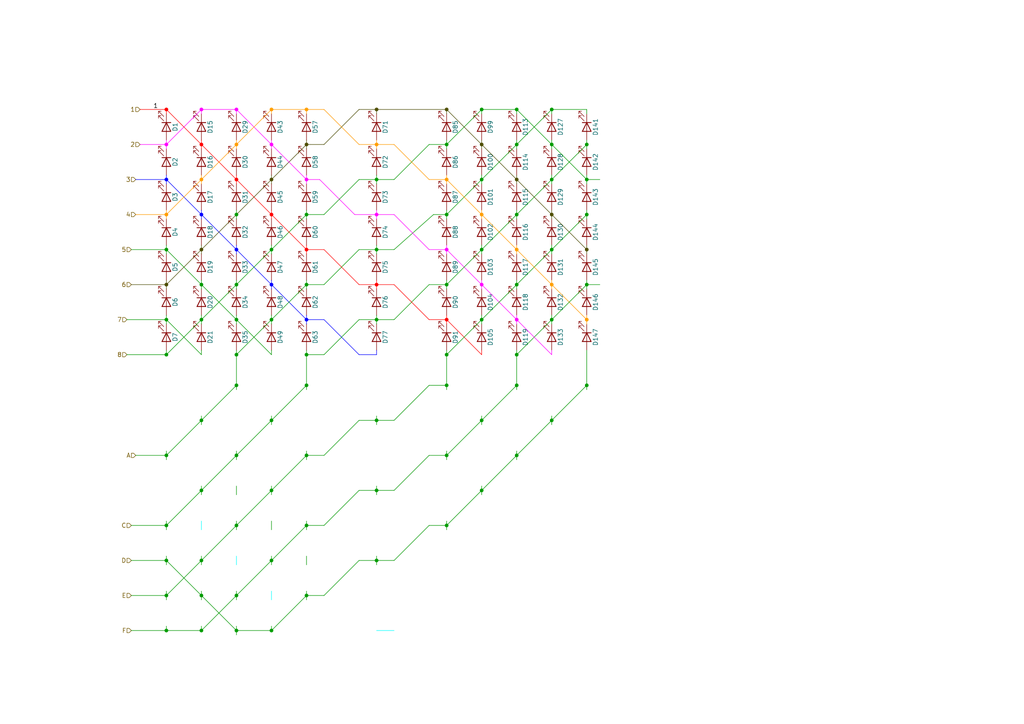
<source format=kicad_sch>
(kicad_sch (version 20231120) (generator "eeschema") (generator_version "8.0")
  (paper "A4")
  (lib_symbols
    (symbol "Device:LED" (pin_numbers hide) (pin_names (offset 1.016) hide)
      (property "Reference" "D" (at 0 2.54 0))
      (property "Value" "LED" (at 0 -2.54 0))
      (symbol "LED_0_1"
        (polyline (pts (xy -1.27 -1.27) (xy -1.27 1.27)) (stroke (width 0.254)))
        (polyline (pts (xy -1.27 0) (xy 1.27 0)))
        (polyline (pts (xy 1.27 -1.27) (xy 1.27 1.27) (xy -1.27 0) (xy 1.27 -1.27)) (stroke (width 0.254)))
        (polyline (pts (xy -3.048 -0.762) (xy -4.572 -2.286) (xy -3.81 -2.286) (xy -4.572 -2.286) (xy -4.572 -1.524)))
        (polyline (pts (xy -1.778 -0.762) (xy -3.302 -2.286) (xy -2.54 -2.286) (xy -3.302 -2.286) (xy -3.302 -1.524)))
      )
      (symbol "LED_1_1"
        (pin passive line (at -3.81 0 0) (length 2.54) (name "K") (number "1"))
        (pin passive line (at 3.81 0 180) (length 2.54) (name "A") (number "2"))
      )
    )
  )
  (junction (at 48.26 52.07) (color 0 0 255 1))
  (junction (at 139.7 41.91) (color 72 72 0 1))
  (junction (at 109.22 92.71))
  (junction (at 78.74 62.23) (color 255 0 0 1))
  (junction (at 149.86 31.75))
  (junction (at 88.9 111.76))
  (junction (at 109.22 121.92))
  (junction (at 139.7 31.75))
  (junction (at 68.58 62.23))
  (junction (at 48.26 41.91) (color 255 0 255 1))
  (junction (at 149.86 102.87))
  (junction (at 58.42 52.07) (color 255 153 0 1))
  (junction (at 109.22 142.24))
  (junction (at 88.9 132.08))
  (junction (at 139.7 92.71))
  (junction (at 160.02 82.55) (color 255 153 0 1))
  (junction (at 68.58 102.87))
  (junction (at 88.9 172.72))
  (junction (at 160.02 92.71))
  (junction (at 88.9 62.23))
  (junction (at 139.7 52.07))
  (junction (at 160.02 72.39))
  (junction (at 68.58 41.91) (color 255 153 0 1))
  (junction (at 129.54 72.39) (color 255 0 255 1))
  (junction (at 48.26 162.56))
  (junction (at 129.54 92.71) (color 255 0 0 1))
  (junction (at 78.74 142.24))
  (junction (at 170.18 111.76))
  (junction (at 149.86 41.91))
  (junction (at 170.18 82.55))
  (junction (at 149.86 132.08))
  (junction (at 68.58 172.72))
  (junction (at 78.74 92.71))
  (junction (at 109.22 52.07))
  (junction (at 48.26 132.08))
  (junction (at 129.54 31.75) (color 72 72 0 1))
  (junction (at 170.18 92.71) (color 255 153 0 1))
  (junction (at 58.42 41.91) (color 255 0 0 1))
  (junction (at 88.9 102.87))
  (junction (at 58.42 62.23) (color 0 0 255 1))
  (junction (at 58.42 172.72))
  (junction (at 129.54 41.91))
  (junction (at 170.18 72.39) (color 72 72 0 1))
  (junction (at 48.26 72.39))
  (junction (at 170.18 62.23))
  (junction (at 58.42 142.24))
  (junction (at 160.02 31.75))
  (junction (at 58.42 121.92))
  (junction (at 129.54 102.87))
  (junction (at 68.58 111.76))
  (junction (at 88.9 41.91) (color 72 72 0 1))
  (junction (at 48.26 62.23) (color 255 153 0 1))
  (junction (at 109.22 162.56))
  (junction (at 48.26 82.55) (color 72 72 0 1))
  (junction (at 58.42 82.55))
  (junction (at 139.7 62.23) (color 255 153 0 1))
  (junction (at 78.74 182.88))
  (junction (at 48.26 182.88))
  (junction (at 78.74 41.91) (color 255 0 255 1))
  (junction (at 68.58 92.71))
  (junction (at 78.74 82.55) (color 0 0 255 1))
  (junction (at 160.02 41.91))
  (junction (at 48.26 31.75) (color 255 0 0 1))
  (junction (at 68.58 152.4))
  (junction (at 48.26 172.72))
  (junction (at 129.54 152.4))
  (junction (at 68.58 82.55))
  (junction (at 88.9 31.75) (color 255 153 0 1))
  (junction (at 109.22 31.75) (color 72 72 0 1))
  (junction (at 129.54 111.76))
  (junction (at 149.86 72.39) (color 255 153 0 1))
  (junction (at 129.54 132.08))
  (junction (at 170.18 52.07))
  (junction (at 78.74 162.56))
  (junction (at 58.42 72.39) (color 72 72 0 1))
  (junction (at 149.86 62.23))
  (junction (at 88.9 82.55))
  (junction (at 149.86 92.71) (color 255 0 255 1))
  (junction (at 78.74 121.92))
  (junction (at 88.9 92.71) (color 0 0 255 1))
  (junction (at 58.42 162.56))
  (junction (at 68.58 182.88))
  (junction (at 160.02 52.07))
  (junction (at 48.26 152.4))
  (junction (at 149.86 111.76))
  (junction (at 149.86 82.55))
  (junction (at 68.58 132.08))
  (junction (at 109.22 62.23) (color 255 0 255 1))
  (junction (at 129.54 82.55))
  (junction (at 58.42 182.88))
  (junction (at 160.02 121.92))
  (junction (at 160.02 62.23) (color 72 72 0 1))
  (junction (at 139.7 72.39))
  (junction (at 109.22 72.39))
  (junction (at 78.74 52.07) (color 72 72 0 1))
  (junction (at 48.26 102.87))
  (junction (at 170.18 41.91))
  (junction (at 149.86 52.07) (color 72 72 0 1))
  (junction (at 88.9 152.4))
  (junction (at 109.22 82.55) (color 255 0 0 1))
  (junction (at 129.54 52.07) (color 255 153 0 1))
  (junction (at 68.58 31.75) (color 255 0 255 1))
  (junction (at 68.58 52.07) (color 255 0 0 1))
  (junction (at 88.9 72.39) (color 255 0 0 1))
  (junction (at 88.9 52.07) (color 255 0 255 1))
  (junction (at 109.22 41.91) (color 255 153 0 1))
  (junction (at 129.54 62.23))
  (junction (at 139.7 121.92))
  (junction (at 58.42 92.71))
  (junction (at 139.7 82.55) (color 255 0 255 1))
  (junction (at 58.42 31.75) (color 255 0 255 1))
  (junction (at 48.26 92.71))
  (junction (at 78.74 31.75) (color 255 153 0 1))
  (junction (at 68.58 72.39) (color 0 0 255 1))
  (junction (at 139.7 142.24))
  (junction (at 78.74 72.39))
  (wire (pts (xy 38.1 152.4) (xy 48.26 152.4)))
  (wire (pts (xy 48.26 151.13) (xy 48.26 152.4)))
  (wire (pts (xy 129.54 62.23) (xy 129.54 63.5)))
  (wire (pts (xy 58.42 31.75) (xy 58.42 33.02)) (stroke (width 0) (color 255 0 255 1)))
  (wire (pts (xy 68.58 81.28) (xy 68.58 82.55)))
  (wire (pts (xy 39.37 52.07) (xy 48.26 52.07)) (stroke (width 0) (color 0 0 255 1)))
  (wire (pts (xy 129.54 102.87) (xy 129.54 111.76)))
  (wire (pts (xy 129.54 52.07) (xy 129.54 53.34)) (stroke (width 0) (color 255 153 0 1)))
  (wire (pts (xy 38.1 172.72) (xy 48.26 172.72)))
  (wire (pts (xy 149.86 31.75) (xy 160.02 41.91)))
  (wire (pts (xy 93.98 172.72) (xy 104.14 162.56)))
  (wire (pts (xy 78.74 162.56) (xy 78.74 163.83)))
  (wire (pts (xy 93.98 82.55) (xy 104.14 72.39)))
  (wire (pts (xy 68.58 132.08) (xy 78.74 121.92)))
  (wire (pts (xy 48.26 132.08) (xy 58.42 121.92)))
  (wire (pts (xy 149.86 132.08) (xy 160.02 121.92)))
  (wire (pts (xy 78.74 41.91) (xy 88.9 52.07)) (stroke (width 0) (color 255 0 255 1)))
  (wire (pts (xy 139.7 50.8) (xy 139.7 52.07)))
  (wire (pts (xy 129.54 111.76) (xy 129.54 113.03)))
  (wire (pts (xy 58.42 82.55) (xy 58.42 83.82)))
  (wire (pts (xy 88.9 111.76) (xy 88.9 113.03)))
  (wire (pts (xy 58.42 172.72) (xy 58.42 173.99)))
  (wire (pts (xy 88.9 132.08) (xy 88.9 133.35)))
  (wire (pts (xy 88.9 91.44) (xy 88.9 92.71)) (stroke (width 0) (color 0 0 255 1)))
  (wire (pts (xy 48.26 102.87) (xy 58.42 92.71)))
  (wire (pts (xy 93.98 152.4) (xy 88.9 152.4)))
  (wire (pts (xy 125.73 62.23) (xy 129.54 62.23)))
  (wire (pts (xy 78.74 82.55) (xy 78.74 83.82)) (stroke (width 0) (color 0 0 255 1)))
  (wire (pts (xy 58.42 52.07) (xy 68.58 41.91)) (stroke (width 0) (color 255 153 0 1)))
  (wire (pts (xy 149.86 92.71) (xy 149.86 93.98)) (stroke (width 0) (color 255 0 255 1)))
  (wire (pts (xy 129.54 50.8) (xy 129.54 52.07)) (stroke (width 0) (color 255 153 0 1)))
  (wire (pts (xy 114.3 41.91) (xy 124.46 52.07)) (stroke (width 0) (color 255 153 0 1)))
  (wire (pts (xy 160.02 50.8) (xy 160.02 52.07)))
  (wire (pts (xy 129.54 41.91) (xy 129.54 43.18)))
  (wire (pts (xy 149.86 102.87) (xy 149.86 111.76)))
  (wire (pts (xy 149.86 31.75) (xy 149.86 33.02)))
  (wire (pts (xy 129.54 151.13) (xy 129.54 152.4)))
  (wire (pts (xy 58.42 92.71) (xy 68.58 82.55)))
  (wire (pts (xy 58.42 52.07) (xy 58.42 53.34)) (stroke (width 0) (color 255 153 0 1)))
  (wire (pts (xy 88.9 82.55) (xy 93.98 82.55)))
  (wire (pts (xy 149.86 111.76) (xy 149.86 113.03)))
  (wire (pts (xy 104.14 82.55) (xy 109.22 82.55)) (stroke (width 0) (color 255 0 0 1)))
  (wire (pts (xy 170.18 101.6) (xy 170.18 111.76)))
  (wire (pts (xy 48.26 152.4) (xy 58.42 142.24)))
  (wire (pts (xy 139.7 82.55) (xy 149.86 92.71)) (stroke (width 0) (color 255 0 255 1)))
  (wire (pts (xy 129.54 101.6) (xy 129.54 102.87)))
  (wire (pts (xy 88.9 101.6) (xy 88.9 102.87)))
  (wire (pts (xy 48.26 41.91) (xy 48.26 40.64)) (stroke (width 0) (color 255 0 255 1)))
  (wire (pts (xy 139.7 82.55) (xy 139.7 83.82)) (stroke (width 0) (color 255 0 255 1)))
  (wire (pts (xy 139.7 71.12) (xy 139.7 72.39)))
  (wire (pts (xy 88.9 52.07) (xy 92.71 52.07)) (stroke (width 0) (color 255 0 255 1)))
  (wire (pts (xy 48.26 172.72) (xy 58.42 162.56)))
  (wire (pts (xy 109.22 121.92) (xy 109.22 123.19)))
  (wire (pts (xy 78.74 162.56) (xy 68.58 172.72)))
  (wire (pts (xy 78.74 52.07) (xy 88.9 41.91)) (stroke (width 0) (color 72 72 0 1)))
  (wire (pts (xy 58.42 101.6) (xy 58.42 102.87)))
  (wire (pts (xy 109.22 162.56) (xy 109.22 163.83)))
  (wire (pts (xy 160.02 52.07) (xy 170.18 41.91)))
  (wire (pts (xy 78.74 142.24) (xy 88.9 132.08)))
  (wire (pts (xy 170.18 50.8) (xy 170.18 52.07)))
  (wire (pts (xy 170.18 72.39) (xy 170.18 73.66)) (stroke (width 0) (color 72 72 0 1)))
  (wire (pts (xy 88.9 62.23) (xy 93.98 62.23)))
  (wire (pts (xy 170.18 40.64) (xy 170.18 41.91)))
  (wire (pts (xy 114.3 182.88) (xy 109.22 182.88)) (stroke (width 0) (color 0 255 255 1)))
  (wire (pts (xy 93.98 132.08) (xy 104.14 121.92)))
  (wire (pts (xy 58.42 72.39) (xy 58.42 73.66)) (stroke (width 0) (color 72 72 0 1)))
  (wire (pts (xy 129.54 132.08) (xy 139.7 121.92)))
  (wire (pts (xy 170.18 60.96) (xy 170.18 62.23)))
  (wire (pts (xy 160.02 52.07) (xy 160.02 53.34)))
  (wire (pts (xy 68.58 111.76) (xy 68.58 113.03)))
  (wire (pts (xy 39.37 132.08) (xy 48.26 132.08)))
  (wire (pts (xy 149.86 72.39) (xy 149.86 73.66)) (stroke (width 0) (color 255 153 0 1)))
  (wire (pts (xy 129.54 40.64) (xy 129.54 41.91)))
  (wire (pts (xy 160.02 121.92) (xy 160.02 123.19)))
  (wire (pts (xy 68.58 152.4) (xy 68.58 153.67)))
  (wire (pts (xy 88.9 40.64) (xy 88.9 41.91)) (stroke (width 0) (color 72 72 0 1)))
  (wire (pts (xy 48.26 50.8) (xy 48.26 52.07)) (stroke (width 0) (color 0 0 255 1)))
  (wire (pts (xy 160.02 41.91) (xy 170.18 52.07)))
  (wire (pts (xy 48.26 101.6) (xy 48.26 102.87)))
  (wire (pts (xy 149.86 81.28) (xy 149.86 82.55)))
  (wire (pts (xy 58.42 121.92) (xy 58.42 123.19)))
  (wire (pts (xy 170.18 62.23) (xy 170.18 63.5)))
  (wire (pts (xy 88.9 171.45) (xy 88.9 172.72)))
  (wire (pts (xy 139.7 92.71) (xy 139.7 93.98)))
  (wire (pts (xy 38.1 182.88) (xy 48.26 182.88)))
  (wire (pts (xy 149.86 41.91) (xy 149.86 43.18)))
  (wire (pts (xy 149.86 132.08) (xy 149.86 133.35)))
  (wire (pts (xy 104.14 31.75) (xy 109.22 31.75)) (stroke (width 0) (color 72 72 0 1)))
  (wire (pts (xy 48.26 172.72) (xy 48.26 173.99)))
  (wire (pts (xy 109.22 50.8) (xy 109.22 52.07)))
  (wire (pts (xy 68.58 172.72) (xy 58.42 182.88)))
  (wire (pts (xy 48.26 31.75) (xy 58.42 41.91)) (stroke (width 0) (color 255 0 0 1)))
  (wire (pts (xy 68.58 62.23) (xy 78.74 52.07)) (stroke (width 0) (color 72 72 0 1)))
  (wire (pts (xy 40.64 41.91) (xy 48.26 41.91)) (stroke (width 0) (color 255 0 255 1)))
  (wire (pts (xy 38.1 162.56) (xy 48.26 162.56)))
  (wire (pts (xy 160.02 120.65) (xy 160.02 121.92)))
  (wire (pts (xy 160.02 41.91) (xy 160.02 43.18)))
  (wire (pts (xy 104.14 121.92) (xy 109.22 121.92)))
  (wire (pts (xy 68.58 140.97) (xy 68.58 143.51)))
  (wire (pts (xy 149.86 130.81) (xy 149.86 132.08)))
  (wire (pts (xy 149.86 82.55) (xy 160.02 72.39)))
  (wire (pts (xy 109.22 92.71) (xy 109.22 93.98)))
  (wire (pts (xy 58.42 172.72) (xy 68.58 182.88)))
  (wire (pts (xy 104.14 92.71) (xy 109.22 92.71)))
  (wire (pts (xy 109.22 72.39) (xy 114.3 72.39)))
  (wire (pts (xy 170.18 31.75) (xy 170.18 33.02)))
  (wire (pts (xy 48.26 130.81) (xy 48.26 132.08)))
  (wire (pts (xy 139.7 43.18) (xy 139.7 41.91)) (stroke (width 0) (color 72 72 0 1)))
  (wire (pts (xy 139.7 62.23) (xy 139.7 63.5)) (stroke (width 0) (color 255 153 0 1)))
  (wire (pts (xy 149.86 41.91) (xy 160.02 31.75)))
  (wire (pts (xy 68.58 132.08) (xy 68.58 133.35)))
  (wire (pts (xy 170.18 92.71) (xy 170.18 93.98)) (stroke (width 0) (color 255 153 0 1)))
  (wire (pts (xy 48.26 162.56) (xy 48.26 163.83)))
  (wire (pts (xy 78.74 41.91) (xy 78.74 43.18)) (stroke (width 0) (color 255 0 255 1)))
  (wire (pts (xy 78.74 101.6) (xy 78.74 102.87)))
  (wire (pts (xy 93.98 31.75) (xy 104.14 41.91)) (stroke (width 0) (color 255 153 0 1)))
  (wire (pts (xy 129.54 132.08) (xy 129.54 133.35)))
  (wire (pts (xy 109.22 140.97) (xy 109.22 142.24)))
  (wire (pts (xy 78.74 120.65) (xy 78.74 121.92)))
  (wire (pts (xy 139.7 101.6) (xy 139.7 102.87)) (stroke (width 0) (color 255 0 0 1)))
  (wire (pts (xy 114.3 142.24) (xy 109.22 142.24)))
  (wire (pts (xy 109.22 81.28) (xy 109.22 82.55)) (stroke (width 0) (color 255 0 0 1)))
  (wire (pts (xy 109.22 41.91) (xy 114.3 41.91)) (stroke (width 0) (color 255 153 0 1)))
  (wire (pts (xy 170.18 41.91) (xy 170.18 43.18)))
  (wire (pts (xy 78.74 40.64) (xy 78.74 41.91)) (stroke (width 0) (color 255 0 255 1)))
  (wire (pts (xy 109.22 40.64) (xy 109.22 41.91)) (stroke (width 0) (color 255 153 0 1)))
  (wire (pts (xy 109.22 72.39) (xy 109.22 73.66)))
  (wire (pts (xy 88.9 41.91) (xy 88.9 43.18)) (stroke (width 0) (color 72 72 0 1)))
  (wire (pts (xy 58.42 151.13) (xy 58.42 153.67)) (stroke (width 0) (color 0 255 255 1)))
  (wire (pts (xy 78.74 52.07) (xy 78.74 53.34)) (stroke (width 0) (color 72 72 0 1)))
  (wire (pts (xy 58.42 62.23) (xy 58.42 63.5)) (stroke (width 0) (color 0 0 255 1)))
  (wire (pts (xy 36.83 92.71) (xy 48.26 92.71)))
  (wire (pts (xy 109.22 82.55) (xy 109.22 83.82)) (stroke (width 0) (color 255 0 0 1)))
  (wire (pts (xy 109.22 52.07) (xy 109.22 53.34)))
  (wire (pts (xy 68.58 41.91) (xy 78.74 31.75)) (stroke (width 0) (color 255 153 0 1)))
  (wire (pts (xy 129.54 52.07) (xy 139.7 62.23)) (stroke (width 0) (color 255 153 0 1)))
  (wire (pts (xy 78.74 161.29) (xy 78.74 162.56)))
  (wire (pts (xy 68.58 91.44) (xy 68.58 92.71)))
  (wire (pts (xy 160.02 31.75) (xy 160.02 33.02)))
  (wire (pts (xy 124.46 82.55) (xy 129.54 82.55)))
  (wire (pts (xy 139.7 62.23) (xy 149.86 72.39)) (stroke (width 0) (color 255 153 0 1)))
  (wire (pts (xy 139.7 60.96) (xy 139.7 62.23)) (stroke (width 0) (color 255 153 0 1)))
  (wire (pts (xy 124.46 72.39) (xy 129.54 72.39)) (stroke (width 0) (color 255 0 255 1)))
  (wire (pts (xy 139.7 31.75) (xy 139.7 33.02)))
  (wire (pts (xy 124.46 132.08) (xy 114.3 142.24)))
  (wire (pts (xy 68.58 102.87) (xy 68.58 111.76)))
  (wire (pts (xy 58.42 31.75) (xy 68.58 31.75)) (stroke (width 0) (color 255 0 255 1)))
  (wire (pts (xy 68.58 82.55) (xy 78.74 72.39)))
  (wire (pts (xy 129.54 60.96) (xy 129.54 62.23)))
  (wire (pts (xy 68.58 71.12) (xy 68.58 72.39)) (stroke (width 0) (color 0 0 255 1)))
  (wire (pts (xy 58.42 171.45) (xy 58.42 172.72)))
  (wire (pts (xy 109.22 33.02) (xy 109.22 31.75)) (stroke (width 0) (color 72 72 0 1)))
  (wire (pts (xy 104.14 142.24) (xy 93.98 152.4)))
  (wire (pts (xy 88.9 72.39) (xy 88.9 73.66)) (stroke (width 0) (color 255 0 0 1)))
  (wire (pts (xy 88.9 152.4) (xy 78.74 162.56)))
  (wire (pts (xy 68.58 151.13) (xy 68.58 152.4)))
  (wire (pts (xy 88.9 81.28) (xy 88.9 82.55)))
  (wire (pts (xy 129.54 152.4) (xy 139.7 142.24)))
  (wire (pts (xy 48.26 152.4) (xy 48.26 153.67)))
  (wire (pts (xy 48.26 52.07) (xy 48.26 53.34)) (stroke (width 0) (color 0 0 255 1)))
  (wire (pts (xy 129.54 91.44) (xy 129.54 92.71)) (stroke (width 0) (color 255 0 0 1)))
  (wire (pts (xy 88.9 172.72) (xy 93.98 172.72)))
  (wire (pts (xy 139.7 91.44) (xy 139.7 92.71)))
  (wire (pts (xy 58.42 161.29) (xy 58.42 162.56)))
  (wire (pts (xy 109.22 162.56) (xy 114.3 162.56)))
  (wire (pts (xy 129.54 62.23) (xy 139.7 52.07)))
  (wire (pts (xy 114.3 162.56) (xy 124.46 152.4)))
  (wire (pts (xy 68.58 72.39) (xy 78.74 82.55)) (stroke (width 0) (color 0 0 255 1)))
  (wire (pts (xy 68.58 60.96) (xy 68.58 62.23)))
  (wire (pts (xy 58.42 162.56) (xy 68.58 152.4)))
  (wire (pts (xy 170.18 82.55) (xy 170.18 83.82)))
  (wire (pts (xy 88.9 71.12) (xy 88.9 72.39)) (stroke (width 0) (color 255 0 0 1)))
  (wire (pts (xy 129.54 152.4) (xy 129.54 153.67)))
  (wire (pts (xy 139.7 81.28) (xy 139.7 82.55)) (stroke (width 0) (color 255 0 255 1)))
  (wire (pts (xy 129.54 71.12) (xy 129.54 72.39)) (stroke (width 0) (color 255 0 255 1)))
  (wire (pts (xy 68.58 92.71) (xy 68.58 93.98)))
  (wire (pts (xy 129.54 31.75) (xy 129.54 33.02)) (stroke (width 0) (color 72 72 0 1)))
  (wire (pts (xy 48.26 181.61) (xy 48.26 182.88)))
  (wire (pts (xy 78.74 171.45) (xy 78.74 173.99)) (stroke (width 0) (color 0 255 255 1)))
  (wire (pts (xy 88.9 130.81) (xy 88.9 132.08)))
  (wire (pts (xy 129.54 72.39) (xy 129.54 73.66)) (stroke (width 0) (color 255 0 255 1)))
  (wire (pts (xy 104.14 102.87) (xy 109.22 102.87)) (stroke (width 0) (color 0 0 255 1)))
  (wire (pts (xy 78.74 92.71) (xy 78.74 93.98)))
  (wire (pts (xy 78.74 72.39) (xy 88.9 62.23)))
  (wire (pts (xy 48.26 171.45) (xy 48.26 172.72)))
  (wire (pts (xy 114.3 52.07) (xy 124.46 41.91)))
  (wire (pts (xy 149.86 52.07) (xy 160.02 62.23)) (stroke (width 0) (color 72 72 0 1)))
  (wire (pts (xy 78.74 182.88) (xy 88.9 172.72)))
  (wire (pts (xy 78.74 31.75) (xy 88.9 31.75)) (stroke (width 0) (color 255 153 0 1)))
  (wire (pts (xy 88.9 31.75) (xy 93.98 31.75)) (stroke (width 0) (color 255 153 0 1)))
  (wire (pts (xy 149.86 52.07) (xy 149.86 53.34)) (stroke (width 0) (color 72 72 0 1)))
  (wire (pts (xy 102.87 62.23) (xy 109.22 62.23)) (stroke (width 0) (color 255 0 255 1)))
  (wire (pts (xy 48.26 92.71) (xy 58.42 102.87)))
  (wire (pts (xy 109.22 142.24) (xy 109.22 143.51)))
  (wire (pts (xy 109.22 71.12) (xy 109.22 72.39)))
  (wire (pts (xy 109.22 121.92) (xy 114.3 121.92)))
  (wire (pts (xy 139.7 120.65) (xy 139.7 121.92)))
  (wire (pts (xy 48.26 161.29) (xy 48.26 162.56)))
  (wire (pts (xy 129.54 82.55) (xy 139.7 72.39)))
  (wire (pts (xy 78.74 31.75) (xy 78.74 33.02)) (stroke (width 0) (color 255 153 0 1)))
  (wire (pts (xy 48.26 60.96) (xy 48.26 62.23)) (stroke (width 0) (color 255 153 0 1)))
  (wire (pts (xy 104.14 52.07) (xy 109.22 52.07)))
  (wire (pts (xy 109.22 161.29) (xy 109.22 162.56)))
  (wire (pts (xy 48.26 72.39) (xy 48.26 73.66)))
  (wire (pts (xy 39.37 62.23) (xy 48.26 62.23)) (stroke (width 0) (color 255 153 0 1)))
  (wire (pts (xy 160.02 82.55) (xy 160.02 83.82)) (stroke (width 0) (color 255 153 0 1)))
  (wire (pts (xy 114.3 82.55) (xy 124.46 92.71)) (stroke (width 0) (color 255 0 0 1)))
  (wire (pts (xy 58.42 92.71) (xy 58.42 93.98)))
  (wire (pts (xy 160.02 60.96) (xy 160.02 62.23)) (stroke (width 0) (color 72 72 0 1)))
  (wire (pts (xy 58.42 120.65) (xy 58.42 121.92)))
  (wire (pts (xy 68.58 101.6) (xy 68.58 102.87)))
  (wire (pts (xy 109.22 92.71) (xy 114.3 92.71)))
  (wire (pts (xy 68.58 40.64) (xy 68.58 41.91)) (stroke (width 0) (color 255 153 0 1)))
  (wire (pts (xy 160.02 101.6) (xy 160.02 102.87)) (stroke (width 0) (color 255 0 255 1)))
  (wire (pts (xy 149.86 82.55) (xy 149.86 83.82)))
  (wire (pts (xy 58.42 41.91) (xy 58.42 40.64)) (stroke (width 0) (color 255 0 0 1)))
  (wire (pts (xy 129.54 81.28) (xy 129.54 82.55)))
  (wire (pts (xy 109.22 120.65) (xy 109.22 121.92)))
  (wire (pts (xy 58.42 72.39) (xy 68.58 62.23)) (stroke (width 0) (color 72 72 0 1)))
  (wire (pts (xy 139.7 41.91) (xy 139.7 40.64)) (stroke (width 0) (color 72 72 0 1)))
  (wire (pts (xy 139.7 121.92) (xy 139.7 123.19)))
  (wire (pts (xy 139.7 140.97) (xy 139.7 142.24)))
  (wire (pts (xy 40.64 31.75) (xy 48.26 31.75)) (stroke (width 0) (color 255 0 0 1)))
  (wire (pts (xy 170.18 81.28) (xy 170.18 82.55)))
  (wire (pts (xy 78.74 81.28) (xy 78.74 82.55)) (stroke (width 0) (color 0 0 255 1)))
  (wire (pts (xy 170.18 91.44) (xy 170.18 92.71)) (stroke (width 0) (color 255 153 0 1)))
  (wire (pts (xy 139.7 41.91) (xy 149.86 52.07)) (stroke (width 0) (color 72 72 0 1)))
  (wire (pts (xy 78.74 72.39) (xy 78.74 73.66)))
  (wire (pts (xy 58.42 121.92) (xy 68.58 111.76)))
  (wire (pts (xy 58.42 31.75) (xy 48.26 41.91)) (stroke (width 0) (color 255 0 255 1)))
  (wire (pts (xy 88.9 132.08) (xy 93.98 132.08)))
  (wire (pts (xy 48.26 92.71) (xy 48.26 93.98)))
  (wire (pts (xy 68.58 181.61) (xy 68.58 182.88)))
  (wire (pts (xy 129.54 31.75) (xy 109.22 31.75)) (stroke (width 0) (color 72 72 0 1)))
  (wire (pts (xy 92.71 52.07) (xy 102.87 62.23)) (stroke (width 0) (color 255 0 255 1)))
  (wire (pts (xy 58.42 41.91) (xy 68.58 52.07)) (stroke (width 0) (color 255 0 0 1)))
  (wire (pts (xy 109.22 60.96) (xy 109.22 62.23)) (stroke (width 0) (color 255 0 255 1)))
  (wire (pts (xy 160.02 72.39) (xy 160.02 73.66)))
  (wire (pts (xy 93.98 72.39) (xy 104.14 82.55)) (stroke (width 0) (color 255 0 0 1)))
  (wire (pts (xy 88.9 92.71) (xy 88.9 93.98)) (stroke (width 0) (color 0 0 255 1)))
  (wire (pts (xy 58.42 142.24) (xy 58.42 143.51)))
  (wire (pts (xy 149.86 92.71) (xy 160.02 102.87)) (stroke (width 0) (color 255 0 255 1)))
  (wire (pts (xy 124.46 41.91) (xy 129.54 41.91)))
  (wire (pts (xy 160.02 91.44) (xy 160.02 92.71)))
  (wire (pts (xy 68.58 31.75) (xy 78.74 41.91)) (stroke (width 0) (color 255 0 255 1)))
  (wire (pts (xy 124.46 92.71) (xy 129.54 92.71)) (stroke (width 0) (color 255 0 0 1)))
  (wire (pts (xy 160.02 62.23) (xy 160.02 63.5)) (stroke (width 0) (color 72 72 0 1)))
  (wire (pts (xy 129.54 82.55) (xy 129.54 83.82)))
  (wire (pts (xy 149.86 40.64) (xy 149.86 41.91)))
  (wire (pts (xy 38.1 82.55) (xy 48.26 82.55)) (stroke (width 0) (color 72 72 0 1)))
  (wire (pts (xy 68.58 41.91) (xy 68.58 43.18)) (stroke (width 0) (color 255 153 0 1)))
  (wire (pts (xy 124.46 52.07) (xy 129.54 52.07)) (stroke (width 0) (color 255 153 0 1)))
  (wire (pts (xy 160.02 31.75) (xy 170.18 31.75)))
  (wire (pts (xy 48.26 91.44) (xy 48.26 92.71)))
  (wire (pts (xy 170.18 111.76) (xy 170.18 113.03)))
  (wire (pts (xy 48.26 81.28) (xy 48.26 82.55)) (stroke (width 0) (color 72 72 0 1)))
  (wire (pts (xy 78.74 91.44) (xy 78.74 92.71)))
  (wire (pts (xy 114.3 62.23) (xy 124.46 72.39)) (stroke (width 0) (color 255 0 255 1)))
  (wire (pts (xy 104.14 41.91) (xy 109.22 41.91)) (stroke (width 0) (color 255 153 0 1)))
  (wire (pts (xy 173.99 82.55) (xy 170.18 82.55)))
  (wire (pts (xy 36.83 102.87) (xy 48.26 102.87)))
  (wire (pts (xy 124.46 111.76) (xy 129.54 111.76)))
  (wire (pts (xy 88.9 31.75) (xy 88.9 33.02)) (stroke (width 0) (color 255 153 0 1)))
  (wire (pts (xy 78.74 121.92) (xy 88.9 111.76)))
  (wire (pts (xy 58.42 91.44) (xy 58.42 92.71)))
  (wire (pts (xy 109.22 62.23) (xy 109.22 63.5)) (stroke (width 0) (color 255 0 255 1)))
  (wire (pts (xy 149.86 62.23) (xy 149.86 63.5)))
  (wire (pts (xy 88.9 102.87) (xy 93.98 102.87)))
  (wire (pts (xy 114.3 72.39) (xy 125.73 62.23)))
  (wire (pts (xy 124.46 152.4) (xy 129.54 152.4)))
  (wire (pts (xy 139.7 72.39) (xy 139.7 73.66)))
  (wire (pts (xy 104.14 142.24) (xy 109.22 142.24)))
  (wire (pts (xy 93.98 102.87) (xy 104.14 92.71)))
  (wire (pts (xy 68.58 171.45) (xy 68.58 172.72)))
  (wire (pts (xy 170.18 52.07) (xy 170.18 53.34)))
  (wire (pts (xy 68.58 62.23) (xy 68.58 63.5)))
  (wire (pts (xy 129.54 72.39) (xy 139.7 82.55)) (stroke (width 0) (color 255 0 255 1)))
  (wire (pts (xy 38.1 72.39) (xy 48.26 72.39)))
  (wire (pts (xy 170.18 52.07) (xy 173.99 52.07)))
  (wire (pts (xy 109.22 62.23) (xy 114.3 62.23)) (stroke (width 0) (color 255 0 255 1)))
  (wire (pts (xy 58.42 182.88) (xy 48.26 182.88)))
  (wire (pts (xy 48.26 62.23) (xy 58.42 52.07)) (stroke (width 0) (color 255 153 0 1)))
  (wire (pts (xy 88.9 92.71) (xy 93.98 92.71)) (stroke (width 0) (color 0 0 255 1)))
  (wire (pts (xy 139.7 52.07) (xy 139.7 53.34)))
  (wire (pts (xy 48.26 82.55) (xy 48.26 83.82)) (stroke (width 0) (color 72 72 0 1)))
  (wire (pts (xy 109.22 52.07) (xy 114.3 52.07)))
  (wire (pts (xy 139.7 31.75) (xy 129.54 41.91)))
  (wire (pts (xy 78.74 71.12) (xy 78.74 72.39)))
  (wire (pts (xy 104.14 162.56) (xy 109.22 162.56)))
  (wire (pts (xy 160.02 92.71) (xy 149.86 102.87)))
  (wire (pts (xy 114.3 92.71) (xy 124.46 82.55)))
  (wire (pts (xy 58.42 142.24) (xy 68.58 132.08)))
  (wire (pts (xy 160.02 82.55) (xy 170.18 92.71)) (stroke (width 0) (color 255 153 0 1)))
  (wire (pts (xy 68.58 172.72) (xy 68.58 173.99)))
  (wire (pts (xy 78.74 92.71) (xy 88.9 82.55)))
  (wire (pts (xy 48.26 162.56) (xy 58.42 172.72)))
  (wire (pts (xy 88.9 151.13) (xy 88.9 152.4)))
  (wire (pts (xy 129.54 130.81) (xy 129.54 132.08)))
  (wire (pts (xy 160.02 71.12) (xy 160.02 72.39)))
  (wire (pts (xy 88.9 72.39) (xy 93.98 72.39)) (stroke (width 0) (color 255 0 0 1)))
  (wire (pts (xy 68.58 152.4) (xy 78.74 142.24)))
  (wire (pts (xy 129.54 102.87) (xy 139.7 92.71)))
  (wire (pts (xy 68.58 182.88) (xy 78.74 182.88)))
  (wire (pts (xy 58.42 71.12) (xy 58.42 72.39)) (stroke (width 0) (color 72 72 0 1)))
  (wire (pts (xy 149.86 101.6) (xy 149.86 102.87)))
  (wire (pts (xy 149.86 91.44) (xy 149.86 92.71)) (stroke (width 0) (color 255 0 255 1)))
  (wire (pts (xy 58.42 81.28) (xy 58.42 82.55)))
  (wire (pts (xy 160.02 40.64) (xy 160.02 41.91)))
  (wire (pts (xy 160.02 72.39) (xy 170.18 62.23)))
  (wire (pts (xy 88.9 52.07) (xy 88.9 53.34)) (stroke (width 0) (color 255 0 255 1)))
  (wire (pts (xy 78.74 62.23) (xy 88.9 72.39)) (stroke (width 0) (color 255 0 0 1)))
  (wire (pts (xy 149.86 62.23) (xy 160.02 52.07)))
  (wire (pts (xy 160.02 92.71) (xy 160.02 93.98)))
  (wire (pts (xy 58.42 140.97) (xy 58.42 142.24)))
  (wire (pts (xy 78.74 60.96) (xy 78.74 62.23)) (stroke (width 0) (color 255 0 0 1)))
  (wire (pts (xy 139.7 52.07) (xy 149.86 41.91)))
  (wire (pts (xy 88.9 50.8) (xy 88.9 52.07)) (stroke (width 0) (color 255 0 255 1)))
  (wire (pts (xy 48.26 71.12) (xy 48.26 72.39)))
  (wire (pts (xy 58.42 62.23) (xy 68.58 72.39)) (stroke (width 0) (color 0 0 255 1)))
  (wire (pts (xy 68.58 182.88) (xy 68.58 184.15)))
  (wire (pts (xy 149.86 50.8) (xy 149.86 52.07)) (stroke (width 0) (color 72 72 0 1)))
  (wire (pts (xy 48.26 72.39) (xy 58.42 82.55)))
  (wire (pts (xy 58.42 181.61) (xy 58.42 182.88)))
  (wire (pts (xy 68.58 72.39) (xy 68.58 73.66)) (stroke (width 0) (color 0 0 255 1)))
  (wire (pts (xy 109.22 41.91) (xy 109.22 43.18)) (stroke (width 0) (color 255 153 0 1)))
  (wire (pts (xy 68.58 50.8) (xy 68.58 52.07)) (stroke (width 0) (color 255 0 0 1)))
  (wire (pts (xy 104.14 72.39) (xy 109.22 72.39)))
  (wire (pts (xy 78.74 142.24) (xy 78.74 143.51)))
  (wire (pts (xy 78.74 62.23) (xy 78.74 63.5)) (stroke (width 0) (color 255 0 0 1)))
  (wire (pts (xy 48.26 31.75) (xy 48.26 33.02)) (stroke (width 0) (color 255 0 0 1)))
  (wire (pts (xy 78.74 92.71) (xy 68.58 102.87)))
  (wire (pts (xy 139.7 142.24) (xy 149.86 132.08)))
  (wire (pts (xy 78.74 121.92) (xy 78.74 123.19)))
  (wire (pts (xy 88.9 152.4) (xy 88.9 153.67)))
  (wire (pts (xy 58.42 82.55) (xy 68.58 92.71)))
  (wire (pts (xy 48.26 82.55) (xy 58.42 72.39)) (stroke (width 0) (color 72 72 0 1)))
  (wire (pts (xy 88.9 41.91) (xy 93.98 41.91)) (stroke (width 0) (color 72 72 0 1)))
  (wire (pts (xy 129.54 31.75) (xy 139.7 41.91)) (stroke (width 0) (color 72 72 0 1)))
  (wire (pts (xy 139.7 142.24) (xy 139.7 143.51)))
  (wire (pts (xy 139.7 72.39) (xy 149.86 62.23)))
  (wire (pts (xy 68.58 82.55) (xy 68.58 83.82)))
  (wire (pts (xy 68.58 31.75) (xy 68.58 33.02)) (stroke (width 0) (color 255 0 255 1)))
  (wire (pts (xy 88.9 172.72) (xy 88.9 173.99)))
  (wire (pts (xy 109.22 91.44) (xy 109.22 92.71)))
  (wire (pts (xy 160.02 62.23) (xy 170.18 72.39)) (stroke (width 0) (color 72 72 0 1)))
  (wire (pts (xy 68.58 92.71) (xy 78.74 102.87)))
  (wire (pts (xy 93.98 62.23) (xy 104.14 52.07)))
  (wire (pts (xy 58.42 162.56) (xy 58.42 163.83)))
  (wire (pts (xy 149.86 60.96) (xy 149.86 62.23)))
  (wire (pts (xy 88.9 60.96) (xy 88.9 62.23)))
  (wire (pts (xy 58.42 50.8) (xy 58.42 52.07)) (stroke (width 0) (color 255 153 0 1)))
  (wire (pts (xy 68.58 52.07) (xy 68.58 53.34)) (stroke (width 0) (color 255 0 0 1)))
  (wire (pts (xy 139.7 121.92) (xy 149.86 111.76)))
  (wire (pts (xy 78.74 50.8) (xy 78.74 52.07)) (stroke (width 0) (color 72 72 0 1)))
  (wire (pts (xy 78.74 140.97) (xy 78.74 142.24)))
  (wire (pts (xy 109.22 82.55) (xy 114.3 82.55)) (stroke (width 0) (color 255 0 0 1)))
  (wire (pts (xy 48.26 43.18) (xy 48.26 41.91)) (stroke (width 0) (color 255 0 255 1)))
  (wire (pts (xy 68.58 130.81) (xy 68.58 132.08)))
  (wire (pts (xy 93.98 41.91) (xy 104.14 31.75)) (stroke (width 0) (color 72 72 0 1)))
  (wire (pts (xy 48.26 62.23) (xy 48.26 63.5)) (stroke (width 0) (color 255 153 0 1)))
  (wire (pts (xy 149.86 72.39) (xy 160.02 82.55)) (stroke (width 0) (color 255 153 0 1)))
  (wire (pts (xy 88.9 62.23) (xy 88.9 63.5)))
  (wire (pts (xy 68.58 52.07) (xy 78.74 62.23)) (stroke (width 0) (color 255 0 0 1)))
  (wire (pts (xy 48.26 52.07) (xy 58.42 62.23)) (stroke (width 0) (color 0 0 255 1)))
  (wire (pts (xy 160.02 121.92) (xy 170.18 111.76)))
  (wire (pts (xy 48.26 132.08) (xy 48.26 133.35)))
  (wire (pts (xy 129.54 92.71) (xy 139.7 102.87)) (stroke (width 0) (color 255 0 0 1)))
  (wire (pts (xy 170.18 82.55) (xy 160.02 92.71)))
  (wire (pts (xy 129.54 92.71) (xy 129.54 93.98)) (stroke (width 0) (color 255 0 0 1)))
  (wire (pts (xy 160.02 81.28) (xy 160.02 82.55)) (stroke (width 0) (color 255 153 0 1)))
  (wire (pts (xy 68.58 161.29) (xy 68.58 163.83)) (stroke (width 0) (color 0 255 255 1)))
  (wire (pts (xy 88.9 82.55) (xy 88.9 83.82)))
  (wire (pts (xy 129.54 132.08) (xy 124.46 132.08)))
  (wire (pts (xy 58.42 60.96) (xy 58.42 62.23)) (stroke (width 0) (color 0 0 255 1)))
  (wire (pts (xy 109.22 101.6) (xy 109.22 102.87)) (stroke (width 0) (color 0 0 255 1)))
  (wire (pts (xy 78.74 82.55) (xy 88.9 92.71)) (stroke (width 0) (color 0 0 255 1)))
  (wire (pts (xy 139.7 31.75) (xy 149.86 31.75)))
  (wire (pts (xy 88.9 102.87) (xy 88.9 111.76)))
  (wire (pts (xy 114.3 121.92) (xy 124.46 111.76)))
  (wire (pts (xy 78.74 181.61) (xy 78.74 182.88)))
  (wire (pts (xy 78.74 151.13) (xy 78.74 153.67)))
  (wire (pts (xy 139.7 92.71) (xy 149.86 82.55)))
  (wire (pts (xy 149.86 71.12) (xy 149.86 72.39)) (stroke (width 0) (color 255 153 0 1)))
  (wire (pts (xy 170.18 71.12) (xy 170.18 72.39)) (stroke (width 0) (color 72 72 0 1)))
  (wire (pts (xy 93.98 92.71) (xy 104.14 102.87)) (stroke (width 0) (color 0 0 255 1)))
  (wire (pts (xy 58.42 43.18) (xy 58.42 41.91)) (stroke (width 0) (color 255 0 0 1)))
  (wire (pts (xy 88.9 161.29) (xy 88.9 163.83)))
  (label "1" (at 44.45 31.75 0))
  (hierarchical_label "5" (shape input) (at 38.1 72.39 180))
  (hierarchical_label "A" (shape input) (at 39.37 132.08 180))
  (hierarchical_label "3" (shape input) (at 39.37 52.07 180))
  (hierarchical_label "E" (shape input) (at 38.1 172.72 180))
  (hierarchical_label "8" (shape input) (at 36.83 102.87 180))
  (hierarchical_label "C" (shape input) (at 38.1 152.4 180))
  (hierarchical_label "F" (shape input) (at 38.1 182.88 180))
  (hierarchical_label "D" (shape input) (at 38.1 162.56 180))
  (hierarchical_label "6" (shape input) (at 38.1 82.55 180))
  (hierarchical_label "4" (shape input) (at 39.37 62.23 180))
  (hierarchical_label "7" (shape input) (at 36.83 92.71 180))
  (hierarchical_label "1" (shape input) (at 40.64 31.75 180))
  (hierarchical_label "2" (shape input) (at 40.64 41.91 180))
  (symbol (lib_id "Device:LED") (at 170.18 77.47 270) (unit 1)
    (property "Reference" "D145" (at 172.72 77.47 0))
    (property "Value" "LED" (effects (hide yes)))
    (property "Description" "Light emitting diode" (effects (hide yes)))
    (property "LCSC" "C965793" (effects (hide yes)))
  )
  (symbol (lib_id "Device:LED") (at 160.02 36.83 270) (unit 1)
    (property "Reference" "D127" (at 162.56 36.83 0))
    (property "Value" "LED" (effects (hide yes)))
    (property "Description" "Light emitting diode" (effects (hide yes)))
    (property "LCSC" "C965793" (effects (hide yes)))
  )
  (symbol (lib_id "Device:LED") (at 88.9 36.83 270) (unit 1)
    (property "Reference" "D57" (at 91.44 36.83 0))
    (property "Value" "LED" (effects (hide yes)))
    (property "Description" "Light emitting diode" (effects (hide yes)))
    (property "LCSC" "C965793" (effects (hide yes)))
  )
  (symbol (lib_id "Device:LED") (at 58.42 77.47 270) (unit 1)
    (property "Reference" "D19" (at 60.96 77.47 0))
    (property "Value" "LED" (effects (hide yes)))
    (property "Description" "Light emitting diode" (effects (hide yes)))
    (property "LCSC" "C965793" (effects (hide yes)))
  )
  (symbol (lib_id "Device:LED") (at 160.02 87.63 270) (unit 1)
    (property "Reference" "D132" (at 162.56 87.63 0))
    (property "Value" "LED" (effects (hide yes)))
    (property "Description" "Light emitting diode" (effects (hide yes)))
    (property "LCSC" "C965793" (effects (hide yes)))
  )
  (symbol (lib_id "Device:LED") (at 109.22 87.63 270) (unit 1)
    (property "Reference" "D76" (at 111.76 87.63 0))
    (property "Value" "LED" (effects (hide yes)))
    (property "Description" "Light emitting diode" (effects (hide yes)))
    (property "LCSC" "C965793" (effects (hide yes)))
  )
  (symbol (lib_id "Device:LED") (at 58.42 67.31 270) (unit 1)
    (property "Reference" "D18" (at 60.96 67.31 0))
    (property "Value" "LED" (effects (hide yes)))
    (property "Description" "Light emitting diode" (effects (hide yes)))
    (property "LCSC" "C965793" (effects (hide yes)))
  )
  (symbol (lib_id "Device:LED") (at 109.22 67.31 270) (unit 1)
    (property "Reference" "D74" (at 111.76 67.31 0))
    (property "Value" "LED" (effects (hide yes)))
    (property "Description" "Light emitting diode" (effects (hide yes)))
    (property "LCSC" "C965793" (effects (hide yes)))
  )
  (symbol (lib_id "Device:LED") (at 170.18 46.99 270) (unit 1)
    (property "Reference" "D142" (at 172.72 46.99 0))
    (property "Value" "LED" (effects (hide yes)))
    (property "Description" "Light emitting diode" (effects (hide yes)))
    (property "LCSC" "C965793" (effects (hide yes)))
  )
  (symbol (lib_id "Device:LED") (at 109.22 46.99 270) (unit 1)
    (property "Reference" "D72" (at 111.76 46.99 0))
    (property "Value" "LED" (effects (hide yes)))
    (property "Description" "Light emitting diode" (effects (hide yes)))
    (property "LCSC" "C965793" (effects (hide yes)))
  )
  (symbol (lib_id "Device:LED") (at 48.26 77.47 270) (unit 1)
    (property "Reference" "D5" (at 50.8 77.47 0))
    (property "Value" "LED" (effects (hide yes)))
    (property "Description" "Light emitting diode" (effects (hide yes)))
    (property "LCSC" "C965793" (effects (hide yes)))
  )
  (symbol (lib_id "Device:LED") (at 139.7 46.99 270) (unit 1)
    (property "Reference" "D100" (at 142.24 46.99 0))
    (property "Value" "LED" (effects (hide yes)))
    (property "Description" "Light emitting diode" (effects (hide yes)))
    (property "LCSC" "C965793" (effects (hide yes)))
  )
  (symbol (lib_id "Device:LED") (at 48.26 46.99 270) (unit 1)
    (property "Reference" "D2" (at 50.8 46.99 0))
    (property "Value" "LED" (effects (hide yes)))
    (property "Description" "Light emitting diode" (effects (hide yes)))
    (property "LCSC" "C965793" (effects (hide yes)))
  )
  (symbol (lib_id "Device:LED") (at 88.9 67.31 270) (unit 1)
    (property "Reference" "D60" (at 91.44 67.31 0))
    (property "Value" "LED" (effects (hide yes)))
    (property "Description" "Light emitting diode" (effects (hide yes)))
    (property "LCSC" "C965793" (effects (hide yes)))
  )
  (symbol (lib_id "Device:LED") (at 68.58 67.31 270) (unit 1)
    (property "Reference" "D32" (at 71.12 67.31 0))
    (property "Value" "LED" (effects (hide yes)))
    (property "Description" "Light emitting diode" (effects (hide yes)))
    (property "LCSC" "C965793" (effects (hide yes)))
  )
  (symbol (lib_id "Device:LED") (at 68.58 36.83 270) (unit 1)
    (property "Reference" "D29" (at 71.12 36.83 0))
    (property "Value" "LED" (effects (hide yes)))
    (property "Description" "Light emitting diode" (effects (hide yes)))
    (property "LCSC" "C965793" (effects (hide yes)))
  )
  (symbol (lib_id "Device:LED") (at 88.9 77.47 270) (unit 1)
    (property "Reference" "D61" (at 91.44 77.47 0))
    (property "Value" "LED" (effects (hide yes)))
    (property "Description" "Light emitting diode" (effects (hide yes)))
    (property "LCSC" "C965793" (effects (hide yes)))
  )
  (symbol (lib_id "Device:LED") (at 160.02 57.15 270) (unit 1)
    (property "Reference" "D129" (at 162.56 57.15 0))
    (property "Value" "LED" (effects (hide yes)))
    (property "Description" "Light emitting diode" (effects (hide yes)))
    (property "LCSC" "C965793" (effects (hide yes)))
  )
  (symbol (lib_id "Device:LED") (at 149.86 97.79 270) (unit 1)
    (property "Reference" "D119" (at 152.4 97.79 0))
    (property "Value" "LED" (effects (hide yes)))
    (property "Description" "Light emitting diode" (effects (hide yes)))
    (property "LCSC" "C965793" (effects (hide yes)))
  )
  (symbol (lib_id "Device:LED") (at 139.7 87.63 270) (unit 1)
    (property "Reference" "D104" (at 142.24 87.63 0))
    (property "Value" "LED" (effects (hide yes)))
    (property "Description" "Light emitting diode" (effects (hide yes)))
    (property "LCSC" "C965793" (effects (hide yes)))
  )
  (symbol (lib_id "Device:LED") (at 78.74 67.31 270) (unit 1)
    (property "Reference" "D46" (at 81.28 67.31 0))
    (property "Value" "LED" (effects (hide yes)))
    (property "Description" "Light emitting diode" (effects (hide yes)))
    (property "LCSC" "C965793" (effects (hide yes)))
  )
  (symbol (lib_id "Device:LED") (at 58.42 87.63 270) (unit 1)
    (property "Reference" "D20" (at 60.96 87.63 0))
    (property "Value" "LED" (effects (hide yes)))
    (property "Description" "Light emitting diode" (effects (hide yes)))
    (property "LCSC" "C965793" (effects (hide yes)))
  )
  (symbol (lib_id "Device:LED") (at 68.58 46.99 270) (unit 1)
    (property "Reference" "D30" (at 71.12 46.99 0))
    (property "Value" "LED" (effects (hide yes)))
    (property "Description" "Light emitting diode" (effects (hide yes)))
    (property "LCSC" "C965793" (effects (hide yes)))
  )
  (symbol (lib_id "Device:LED") (at 149.86 77.47 270) (unit 1)
    (property "Reference" "D117" (at 152.4 77.47 0))
    (property "Value" "LED" (effects (hide yes)))
    (property "Description" "Light emitting diode" (effects (hide yes)))
    (property "LCSC" "C965793" (effects (hide yes)))
  )
  (symbol (lib_id "Device:LED") (at 129.54 77.47 270) (unit 1)
    (property "Reference" "D89" (at 132.08 77.47 0))
    (property "Value" "LED" (effects (hide yes)))
    (property "Description" "Light emitting diode" (effects (hide yes)))
    (property "LCSC" "C965793" (effects (hide yes)))
  )
  (symbol (lib_id "Device:LED") (at 78.74 46.99 270) (unit 1)
    (property "Reference" "D44" (at 81.28 46.99 0))
    (property "Value" "LED" (effects (hide yes)))
    (property "Description" "Light emitting diode" (effects (hide yes)))
    (property "LCSC" "C965793" (effects (hide yes)))
  )
  (symbol (lib_id "Device:LED") (at 170.18 87.63 270) (unit 1)
    (property "Reference" "D146" (at 172.72 87.63 0))
    (property "Value" "LED" (effects (hide yes)))
    (property "Description" "Light emitting diode" (effects (hide yes)))
    (property "LCSC" "C965793" (effects (hide yes)))
  )
  (symbol (lib_id "Device:LED") (at 129.54 57.15 270) (unit 1)
    (property "Reference" "D87" (at 132.08 57.15 0))
    (property "Value" "LED" (effects (hide yes)))
    (property "Description" "Light emitting diode" (effects (hide yes)))
    (property "LCSC" "C965793" (effects (hide yes)))
  )
  (symbol (lib_id "Device:LED") (at 68.58 57.15 270) (unit 1)
    (property "Reference" "D31" (at 71.12 57.15 0))
    (property "Value" "LED" (effects (hide yes)))
    (property "Description" "Light emitting diode" (effects (hide yes)))
    (property "LCSC" "C965793" (effects (hide yes)))
  )
  (symbol (lib_id "Device:LED") (at 68.58 87.63 270) (unit 1)
    (property "Reference" "D34" (at 71.12 87.63 0))
    (property "Value" "LED" (effects (hide yes)))
    (property "Description" "Light emitting diode" (effects (hide yes)))
    (property "LCSC" "C965793" (effects (hide yes)))
  )
  (symbol (lib_id "Device:LED") (at 68.58 77.47 270) (unit 1)
    (property "Reference" "D33" (at 71.12 77.47 0))
    (property "Value" "LED" (effects (hide yes)))
    (property "Description" "Light emitting diode" (effects (hide yes)))
    (property "LCSC" "C965793" (effects (hide yes)))
  )
  (symbol (lib_id "Device:LED") (at 78.74 57.15 270) (unit 1)
    (property "Reference" "D45" (at 81.28 57.15 0))
    (property "Value" "LED" (effects (hide yes)))
    (property "Description" "Light emitting diode" (effects (hide yes)))
    (property "LCSC" "C965793" (effects (hide yes)))
  )
  (symbol (lib_id "Device:LED") (at 78.74 77.47 270) (unit 1)
    (property "Reference" "D47" (at 81.28 77.47 0))
    (property "Value" "LED" (effects (hide yes)))
    (property "Description" "Light emitting diode" (effects (hide yes)))
    (property "LCSC" "C965793" (effects (hide yes)))
  )
  (symbol (lib_id "Device:LED") (at 58.42 46.99 270) (unit 1)
    (property "Reference" "D16" (at 60.96 46.99 0))
    (property "Value" "LED" (effects (hide yes)))
    (property "Description" "Light emitting diode" (effects (hide yes)))
    (property "LCSC" "C965793" (effects (hide yes)))
  )
  (symbol (lib_id "Device:LED") (at 48.26 57.15 270) (unit 1)
    (property "Reference" "D3" (at 50.8 57.15 0))
    (property "Value" "LED" (effects (hide yes)))
    (property "Description" "Light emitting diode" (effects (hide yes)))
    (property "LCSC" "C965793" (effects (hide yes)))
  )
  (symbol (lib_id "Device:LED") (at 58.42 57.15 270) (unit 1)
    (property "Reference" "D17" (at 60.96 57.15 0))
    (property "Value" "LED" (effects (hide yes)))
    (property "Description" "Light emitting diode" (effects (hide yes)))
    (property "LCSC" "C965793" (effects (hide yes)))
  )
  (symbol (lib_id "Device:LED") (at 149.86 36.83 270) (unit 1)
    (property "Reference" "D113" (at 152.4 36.83 0))
    (property "Value" "LED" (effects (hide yes)))
    (property "Description" "Light emitting diode" (effects (hide yes)))
    (property "LCSC" "C965793" (effects (hide yes)))
  )
  (symbol (lib_id "Device:LED") (at 58.42 36.83 270) (unit 1)
    (property "Reference" "D15" (at 60.96 36.83 0))
    (property "Value" "LED" (effects (hide yes)))
    (property "Description" "Light emitting diode" (effects (hide yes)))
    (property "LCSC" "C965793" (effects (hide yes)))
  )
  (symbol (lib_id "Device:LED") (at 48.26 36.83 270) (unit 1)
    (property "Reference" "D1" (at 50.8 36.83 0))
    (property "Value" "LED" (effects (hide yes)))
    (property "Description" "Light emitting diode" (effects (hide yes)))
    (property "LCSC" "C965793" (effects (hide yes)))
  )
  (symbol (lib_id "Device:LED") (at 68.58 97.79 270) (unit 1)
    (property "Reference" "D35" (at 71.12 97.79 0))
    (property "Value" "LED" (effects (hide yes)))
    (property "Description" "Light emitting diode" (effects (hide yes)))
    (property "LCSC" "C965793" (effects (hide yes)))
  )
  (symbol (lib_id "Device:LED") (at 129.54 46.99 270) (unit 1)
    (property "Reference" "D86" (at 132.08 46.99 0))
    (property "Value" "LED" (effects (hide yes)))
    (property "Description" "Light emitting diode" (effects (hide yes)))
    (property "LCSC" "C965793" (effects (hide yes)))
  )
  (symbol (lib_id "Device:LED") (at 48.26 67.31 270) (unit 1)
    (property "Reference" "D4" (at 50.8 67.31 0))
    (property "Value" "LED" (effects (hide yes)))
    (property "Description" "Light emitting diode" (effects (hide yes)))
    (property "LCSC" "C965793" (effects (hide yes)))
  )
  (symbol (lib_id "Device:LED") (at 88.9 87.63 270) (unit 1)
    (property "Reference" "D62" (at 91.44 87.63 0))
    (property "Value" "LED" (effects (hide yes)))
    (property "Description" "Light emitting diode" (effects (hide yes)))
    (property "LCSC" "C965793" (effects (hide yes)))
  )
  (symbol (lib_id "Device:LED") (at 109.22 77.47 270) (unit 1)
    (property "Reference" "D75" (at 111.76 77.47 0))
    (property "Value" "LED" (effects (hide yes)))
    (property "Description" "Light emitting diode" (effects (hide yes)))
    (property "LCSC" "C965793" (effects (hide yes)))
  )
  (symbol (lib_id "Device:LED") (at 160.02 97.79 270) (unit 1)
    (property "Reference" "D133" (at 162.56 97.79 0))
    (property "Value" "LED" (effects (hide yes)))
    (property "Description" "Light emitting diode" (effects (hide yes)))
    (property "LCSC" "C965793" (effects (hide yes)))
  )
  (symbol (lib_id "Device:LED") (at 129.54 67.31 270) (unit 1)
    (property "Reference" "D88" (at 132.08 67.31 0))
    (property "Value" "LED" (effects (hide yes)))
    (property "Description" "Light emitting diode" (effects (hide yes)))
    (property "LCSC" "C965793" (effects (hide yes)))
  )
  (symbol (lib_id "Device:LED") (at 48.26 97.79 270) (unit 1)
    (property "Reference" "D7" (at 50.8 97.79 0))
    (property "Value" "LED" (effects (hide yes)))
    (property "Description" "Light emitting diode" (effects (hide yes)))
    (property "LCSC" "C965793" (effects (hide yes)))
  )
  (symbol (lib_id "Device:LED") (at 129.54 97.79 270) (unit 1)
    (property "Reference" "D91" (at 132.08 97.79 0))
    (property "Value" "LED" (effects (hide yes)))
    (property "Description" "Light emitting diode" (effects (hide yes)))
    (property "LCSC" "C965793" (effects (hide yes)))
  )
  (symbol (lib_id "Device:LED") (at 149.86 46.99 270) (unit 1)
    (property "Reference" "D114" (at 152.4 46.99 0))
    (property "Value" "LED" (effects (hide yes)))
    (property "Description" "Light emitting diode" (effects (hide yes)))
    (property "LCSC" "C965793" (effects (hide yes)))
  )
  (symbol (lib_id "Device:LED") (at 139.7 57.15 270) (unit 1)
    (property "Reference" "D101" (at 142.24 57.15 0))
    (property "Value" "LED" (effects (hide yes)))
    (property "Description" "Light emitting diode" (effects (hide yes)))
    (property "LCSC" "C965793" (effects (hide yes)))
  )
  (symbol (lib_id "Device:LED") (at 88.9 97.79 270) (unit 1)
    (property "Reference" "D63" (at 91.44 97.79 0))
    (property "Value" "LED" (effects (hide yes)))
    (property "Description" "Light emitting diode" (effects (hide yes)))
    (property "LCSC" "C965793" (effects (hide yes)))
  )
  (symbol (lib_id "Device:LED") (at 149.86 57.15 270) (unit 1)
    (property "Reference" "D115" (at 152.4 57.15 0))
    (property "Value" "LED" (effects (hide yes)))
    (property "Description" "Light emitting diode" (effects (hide yes)))
    (property "LCSC" "C965793" (effects (hide yes)))
  )
  (symbol (lib_id "Device:LED") (at 129.54 36.83 270) (unit 1)
    (property "Reference" "D85" (at 132.08 36.83 0))
    (property "Value" "LED" (effects (hide yes)))
    (property "Description" "Light emitting diode" (effects (hide yes)))
    (property "LCSC" "C965793" (effects (hide yes)))
  )
  (symbol (lib_id "Device:LED") (at 170.18 57.15 270) (unit 1)
    (property "Reference" "D143" (at 172.72 57.15 0))
    (property "Value" "LED" (effects (hide yes)))
    (property "Description" "Light emitting diode" (effects (hide yes)))
    (property "LCSC" "C965793" (effects (hide yes)))
  )
  (symbol (lib_id "Device:LED") (at 160.02 46.99 270) (unit 1)
    (property "Reference" "D128" (at 162.56 46.99 0))
    (property "Value" "LED" (effects (hide yes)))
    (property "Description" "Light emitting diode" (effects (hide yes)))
    (property "LCSC" "C965793" (effects (hide yes)))
  )
  (symbol (lib_id "Device:LED") (at 88.9 57.15 270) (unit 1)
    (property "Reference" "D59" (at 91.44 57.15 0))
    (property "Value" "LED" (effects (hide yes)))
    (property "Description" "Light emitting diode" (effects (hide yes)))
    (property "LCSC" "C965793" (effects (hide yes)))
  )
  (symbol (lib_id "Device:LED") (at 170.18 97.79 270) (unit 1)
    (property "Reference" "D147" (at 172.72 97.79 0))
    (property "Value" "LED" (effects (hide yes)))
    (property "Description" "Light emitting diode" (effects (hide yes)))
    (property "LCSC" "C965793" (effects (hide yes)))
  )
  (symbol (lib_id "Device:LED") (at 139.7 97.79 270) (unit 1)
    (property "Reference" "D105" (at 142.24 97.79 0))
    (property "Value" "LED" (effects (hide yes)))
    (property "Description" "Light emitting diode" (effects (hide yes)))
    (property "LCSC" "C965793" (effects (hide yes)))
  )
  (symbol (lib_id "Device:LED") (at 78.74 36.83 270) (unit 1)
    (property "Reference" "D43" (at 81.28 36.83 0))
    (property "Value" "LED" (effects (hide yes)))
    (property "Description" "Light emitting diode" (effects (hide yes)))
    (property "LCSC" "C965793" (effects (hide yes)))
  )
  (symbol (lib_id "Device:LED") (at 160.02 67.31 270) (unit 1)
    (property "Reference" "D130" (at 162.56 67.31 0))
    (property "Value" "LED" (effects (hide yes)))
    (property "Description" "Light emitting diode" (effects (hide yes)))
    (property "LCSC" "C965793" (effects (hide yes)))
  )
  (symbol (lib_id "Device:LED") (at 109.22 57.15 270) (unit 1)
    (property "Reference" "D73" (at 111.76 57.15 0))
    (property "Value" "LED" (effects (hide yes)))
    (property "Description" "Light emitting diode" (effects (hide yes)))
    (property "LCSC" "C965793" (effects (hide yes)))
  )
  (symbol (lib_id "Device:LED") (at 129.54 87.63 270) (unit 1)
    (property "Reference" "D90" (at 132.08 87.63 0))
    (property "Value" "LED" (effects (hide yes)))
    (property "Description" "Light emitting diode" (effects (hide yes)))
    (property "LCSC" "C965793" (effects (hide yes)))
  )
  (symbol (lib_id "Device:LED") (at 88.9 46.99 270) (unit 1)
    (property "Reference" "D58" (at 91.44 46.99 0))
    (property "Value" "LED" (effects (hide yes)))
    (property "Description" "Light emitting diode" (effects (hide yes)))
    (property "LCSC" "C965793" (effects (hide yes)))
  )
  (symbol (lib_id "Device:LED") (at 170.18 36.83 270) (unit 1)
    (property "Reference" "D141" (at 172.72 36.83 0))
    (property "Value" "LED" (effects (hide yes)))
    (property "Description" "Light emitting diode" (effects (hide yes)))
    (property "LCSC" "C965793" (effects (hide yes)))
  )
  (symbol (lib_id "Device:LED") (at 109.22 36.83 270) (unit 1)
    (property "Reference" "D71" (at 111.76 36.83 0))
    (property "Value" "LED" (effects (hide yes)))
    (property "Description" "Light emitting diode" (effects (hide yes)))
    (property "LCSC" "C965793" (effects (hide yes)))
  )
  (symbol (lib_id "Device:LED") (at 149.86 67.31 270) (unit 1)
    (property "Reference" "D116" (at 152.4 67.31 0))
    (property "Value" "LED" (effects (hide yes)))
    (property "Description" "Light emitting diode" (effects (hide yes)))
    (property "LCSC" "C965793" (effects (hide yes)))
  )
  (symbol (lib_id "Device:LED") (at 160.02 77.47 270) (unit 1)
    (property "Reference" "D131" (at 162.56 77.47 0))
    (property "Value" "LED" (effects (hide yes)))
    (property "Description" "Light emitting diode" (effects (hide yes)))
    (property "LCSC" "C965793" (effects (hide yes)))
  )
  (symbol (lib_id "Device:LED") (at 139.7 67.31 270) (unit 1)
    (property "Reference" "D102" (at 142.24 67.31 0))
    (property "Value" "LED" (effects (hide yes)))
    (property "Description" "Light emitting diode" (effects (hide yes)))
    (property "LCSC" "C965793" (effects (hide yes)))
  )
  (symbol (lib_id "Device:LED") (at 139.7 77.47 270) (unit 1)
    (property "Reference" "D103" (at 142.24 77.47 0))
    (property "Value" "LED" (effects (hide yes)))
    (property "Description" "Light emitting diode" (effects (hide yes)))
    (property "LCSC" "C965793" (effects (hide yes)))
  )
  (symbol (lib_id "Device:LED") (at 149.86 87.63 270) (unit 1)
    (property "Reference" "D118" (at 152.4 87.63 0))
    (property "Value" "LED" (effects (hide yes)))
    (property "Description" "Light emitting diode" (effects (hide yes)))
    (property "LCSC" "C965793" (effects (hide yes)))
  )
  (symbol (lib_id "Device:LED") (at 109.22 97.79 270) (unit 1)
    (property "Reference" "D77" (at 111.76 97.79 0))
    (property "Value" "LED" (effects (hide yes)))
    (property "Description" "Light emitting diode" (effects (hide yes)))
    (property "LCSC" "C965793" (effects (hide yes)))
  )
  (symbol (lib_id "Device:LED") (at 48.26 87.63 270) (unit 1)
    (property "Reference" "D6" (at 50.8 87.63 0))
    (property "Value" "LED" (effects (hide yes)))
    (property "Description" "Light emitting diode" (effects (hide yes)))
    (property "LCSC" "C965793" (effects (hide yes)))
  )
  (symbol (lib_id "Device:LED") (at 78.74 97.79 270) (unit 1)
    (property "Reference" "D49" (at 81.28 97.79 0))
    (property "Value" "LED" (effects (hide yes)))
    (property "Description" "Light emitting diode" (effects (hide yes)))
    (property "LCSC" "C965793" (effects (hide yes)))
  )
  (symbol (lib_id "Device:LED") (at 78.74 87.63 270) (unit 1)
    (property "Reference" "D48" (at 81.28 87.63 0))
    (property "Value" "LED" (effects (hide yes)))
    (property "Description" "Light emitting diode" (effects (hide yes)))
    (property "LCSC" "C965793" (effects (hide yes)))
  )
  (symbol (lib_id "Device:LED") (at 170.18 67.31 270) (unit 1)
    (property "Reference" "D144" (at 172.72 67.31 0))
    (property "Value" "LED" (effects (hide yes)))
    (property "Description" "Light emitting diode" (effects (hide yes)))
    (property "LCSC" "C965793" (effects (hide yes)))
  )
  (symbol (lib_id "Device:LED") (at 58.42 97.79 270) (unit 1)
    (property "Reference" "D21" (at 60.96 97.79 0))
    (property "Value" "LED" (effects (hide yes)))
    (property "Description" "Light emitting diode" (effects (hide yes)))
    (property "LCSC" "C965793" (effects (hide yes)))
  )
  (symbol (lib_id "Device:LED") (at 139.7 36.83 270) (unit 1)
    (property "Reference" "D99" (at 142.24 36.83 0))
    (property "Value" "LED" (effects (hide yes)))
    (property "Description" "Light emitting diode" (effects (hide yes)))
    (property "LCSC" "C965793" (effects (hide yes)))
  )
)
</source>
